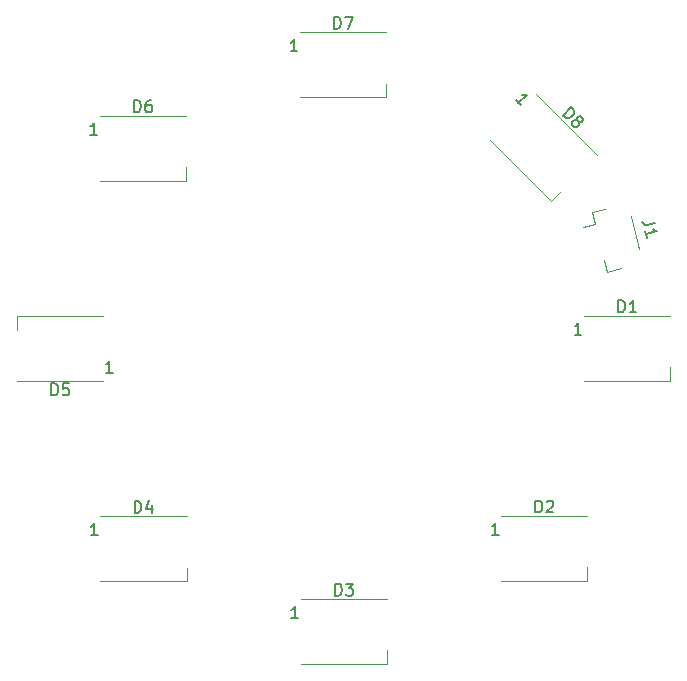
<source format=gbr>
G04 #@! TF.GenerationSoftware,KiCad,Pcbnew,(5.0.1)-4*
G04 #@! TF.CreationDate,2020-03-01T18:01:36+00:00*
G04 #@! TF.ProjectId,neopixels,6E656F706978656C732E6B696361645F,rev?*
G04 #@! TF.SameCoordinates,PX463f660PY4718708*
G04 #@! TF.FileFunction,Legend,Top*
G04 #@! TF.FilePolarity,Positive*
%FSLAX46Y46*%
G04 Gerber Fmt 4.6, Leading zero omitted, Abs format (unit mm)*
G04 Created by KiCad (PCBNEW (5.0.1)-4) date 01/03/2020 18:01:36*
%MOMM*%
%LPD*%
G01*
G04 APERTURE LIST*
%ADD10C,0.120000*%
%ADD11C,0.150000*%
G04 APERTURE END LIST*
D10*
G04 #@! TO.C,D1*
X20604000Y2750000D02*
X27904000Y2750000D01*
X20604000Y-2750000D02*
X27904000Y-2750000D01*
X27904000Y-2750000D02*
X27904000Y-1600000D01*
G04 #@! TO.C,D2*
X20881318Y-19713804D02*
X20881318Y-18563804D01*
X13581318Y-19713804D02*
X20881318Y-19713804D01*
X13581318Y-14213804D02*
X20881318Y-14213804D01*
G04 #@! TO.C,D3*
X-3376888Y-21249900D02*
X3923112Y-21249900D01*
X-3376888Y-26749900D02*
X3923112Y-26749900D01*
X3923112Y-26749900D02*
X3923112Y-25599900D01*
G04 #@! TO.C,D4*
X-13046279Y-19740822D02*
X-13046279Y-18590822D01*
X-20346279Y-19740822D02*
X-13046279Y-19740822D01*
X-20346279Y-14240822D02*
X-13046279Y-14240822D01*
G04 #@! TO.C,D5*
X-20095970Y-2788224D02*
X-27395970Y-2788224D01*
X-20095970Y2711776D02*
X-27395970Y2711776D01*
X-27395970Y2711776D02*
X-27395970Y1561776D01*
G04 #@! TO.C,D6*
X-13100314Y14186744D02*
X-13100314Y15336744D01*
X-20400314Y14186744D02*
X-13100314Y14186744D01*
X-20400314Y19686744D02*
X-13100314Y19686744D01*
G04 #@! TO.C,D7*
X-3453335Y26749932D02*
X3846665Y26749932D01*
X-3453335Y21249932D02*
X3846665Y21249932D01*
X3846665Y21249932D02*
X3846665Y22399932D01*
G04 #@! TO.C,D8*
X17813594Y12492313D02*
X18626767Y13305485D01*
X12651715Y17654192D02*
X17813594Y12492313D01*
X16540802Y21543279D02*
X21702681Y16381400D01*
G04 #@! TO.C,J1*
X22350119Y11802419D02*
X21239305Y11504777D01*
X21239305Y11504777D02*
X21511065Y10490555D01*
X21511065Y10490555D02*
X20554798Y10234324D01*
X23701155Y6760286D02*
X22590340Y6462644D01*
X22590340Y6462644D02*
X22318580Y7476867D01*
X24555811Y11182159D02*
X25301210Y8400293D01*
G04 #@! TO.C,D1*
D11*
X23515904Y3047620D02*
X23515904Y4047620D01*
X23754000Y4047620D01*
X23896857Y4000000D01*
X23992095Y3904762D01*
X24039714Y3809524D01*
X24087333Y3619048D01*
X24087333Y3476191D01*
X24039714Y3285715D01*
X23992095Y3190477D01*
X23896857Y3095239D01*
X23754000Y3047620D01*
X23515904Y3047620D01*
X25039714Y3047620D02*
X24468285Y3047620D01*
X24754000Y3047620D02*
X24754000Y4047620D01*
X24658761Y3904762D01*
X24563523Y3809524D01*
X24468285Y3761905D01*
X20389714Y1147620D02*
X19818285Y1147620D01*
X20104000Y1147620D02*
X20104000Y2147620D01*
X20008761Y2004762D01*
X19913523Y1909524D01*
X19818285Y1861905D01*
G04 #@! TO.C,D2*
X16493222Y-13916184D02*
X16493222Y-12916184D01*
X16731318Y-12916184D01*
X16874175Y-12963804D01*
X16969413Y-13059042D01*
X17017032Y-13154280D01*
X17064651Y-13344756D01*
X17064651Y-13487613D01*
X17017032Y-13678089D01*
X16969413Y-13773327D01*
X16874175Y-13868565D01*
X16731318Y-13916184D01*
X16493222Y-13916184D01*
X17445603Y-13011423D02*
X17493222Y-12963804D01*
X17588460Y-12916184D01*
X17826556Y-12916184D01*
X17921794Y-12963804D01*
X17969413Y-13011423D01*
X18017032Y-13106661D01*
X18017032Y-13201899D01*
X17969413Y-13344756D01*
X17397984Y-13916184D01*
X18017032Y-13916184D01*
X13367032Y-15816184D02*
X12795603Y-15816184D01*
X13081318Y-15816184D02*
X13081318Y-14816184D01*
X12986079Y-14959042D01*
X12890841Y-15054280D01*
X12795603Y-15101899D01*
G04 #@! TO.C,D3*
X-464984Y-20952280D02*
X-464984Y-19952280D01*
X-226888Y-19952280D01*
X-84031Y-19999900D01*
X11207Y-20095138D01*
X58826Y-20190376D01*
X106445Y-20380852D01*
X106445Y-20523709D01*
X58826Y-20714185D01*
X11207Y-20809423D01*
X-84031Y-20904661D01*
X-226888Y-20952280D01*
X-464984Y-20952280D01*
X439778Y-19952280D02*
X1058826Y-19952280D01*
X725492Y-20333233D01*
X868350Y-20333233D01*
X963588Y-20380852D01*
X1011207Y-20428471D01*
X1058826Y-20523709D01*
X1058826Y-20761804D01*
X1011207Y-20857042D01*
X963588Y-20904661D01*
X868350Y-20952280D01*
X582635Y-20952280D01*
X487397Y-20904661D01*
X439778Y-20857042D01*
X-3591174Y-22852280D02*
X-4162603Y-22852280D01*
X-3876888Y-22852280D02*
X-3876888Y-21852280D01*
X-3972127Y-21995138D01*
X-4067365Y-22090376D01*
X-4162603Y-22137995D01*
G04 #@! TO.C,D4*
X-17434375Y-13943202D02*
X-17434375Y-12943202D01*
X-17196279Y-12943202D01*
X-17053422Y-12990822D01*
X-16958184Y-13086060D01*
X-16910565Y-13181298D01*
X-16862946Y-13371774D01*
X-16862946Y-13514631D01*
X-16910565Y-13705107D01*
X-16958184Y-13800345D01*
X-17053422Y-13895583D01*
X-17196279Y-13943202D01*
X-17434375Y-13943202D01*
X-16005803Y-13276536D02*
X-16005803Y-13943202D01*
X-16243899Y-12895583D02*
X-16481994Y-13609869D01*
X-15862946Y-13609869D01*
X-20560565Y-15843202D02*
X-21131994Y-15843202D01*
X-20846279Y-15843202D02*
X-20846279Y-14843202D01*
X-20941518Y-14986060D01*
X-21036756Y-15081298D01*
X-21131994Y-15128917D01*
G04 #@! TO.C,D5*
X-24484066Y-3990604D02*
X-24484066Y-2990604D01*
X-24245970Y-2990604D01*
X-24103113Y-3038224D01*
X-24007875Y-3133462D01*
X-23960256Y-3228700D01*
X-23912637Y-3419176D01*
X-23912637Y-3562033D01*
X-23960256Y-3752509D01*
X-24007875Y-3847747D01*
X-24103113Y-3942985D01*
X-24245970Y-3990604D01*
X-24484066Y-3990604D01*
X-23007875Y-2990604D02*
X-23484066Y-2990604D01*
X-23531685Y-3466795D01*
X-23484066Y-3419176D01*
X-23388828Y-3371557D01*
X-23150732Y-3371557D01*
X-23055494Y-3419176D01*
X-23007875Y-3466795D01*
X-22960256Y-3562033D01*
X-22960256Y-3800128D01*
X-23007875Y-3895366D01*
X-23055494Y-3942985D01*
X-23150732Y-3990604D01*
X-23388828Y-3990604D01*
X-23484066Y-3942985D01*
X-23531685Y-3895366D01*
X-19310256Y-2090604D02*
X-19881685Y-2090604D01*
X-19595970Y-2090604D02*
X-19595970Y-1090604D01*
X-19691209Y-1233462D01*
X-19786447Y-1328700D01*
X-19881685Y-1376319D01*
G04 #@! TO.C,D6*
X-17488410Y19984364D02*
X-17488410Y20984364D01*
X-17250314Y20984364D01*
X-17107457Y20936744D01*
X-17012219Y20841506D01*
X-16964600Y20746268D01*
X-16916981Y20555792D01*
X-16916981Y20412935D01*
X-16964600Y20222459D01*
X-17012219Y20127221D01*
X-17107457Y20031983D01*
X-17250314Y19984364D01*
X-17488410Y19984364D01*
X-16059838Y20984364D02*
X-16250314Y20984364D01*
X-16345553Y20936744D01*
X-16393172Y20889125D01*
X-16488410Y20746268D01*
X-16536029Y20555792D01*
X-16536029Y20174840D01*
X-16488410Y20079602D01*
X-16440791Y20031983D01*
X-16345553Y19984364D01*
X-16155076Y19984364D01*
X-16059838Y20031983D01*
X-16012219Y20079602D01*
X-15964600Y20174840D01*
X-15964600Y20412935D01*
X-16012219Y20508173D01*
X-16059838Y20555792D01*
X-16155076Y20603411D01*
X-16345553Y20603411D01*
X-16440791Y20555792D01*
X-16488410Y20508173D01*
X-16536029Y20412935D01*
X-20614600Y18084364D02*
X-21186029Y18084364D01*
X-20900314Y18084364D02*
X-20900314Y19084364D01*
X-20995553Y18941506D01*
X-21090791Y18846268D01*
X-21186029Y18798649D01*
G04 #@! TO.C,D7*
X-541431Y27047552D02*
X-541431Y28047552D01*
X-303335Y28047552D01*
X-160478Y27999932D01*
X-65240Y27904694D01*
X-17621Y27809456D01*
X29998Y27618980D01*
X29998Y27476123D01*
X-17621Y27285647D01*
X-65240Y27190409D01*
X-160478Y27095171D01*
X-303335Y27047552D01*
X-541431Y27047552D01*
X363331Y28047552D02*
X1029998Y28047552D01*
X601426Y27047552D01*
X-3667621Y25147552D02*
X-4239050Y25147552D01*
X-3953335Y25147552D02*
X-3953335Y26147552D01*
X-4048574Y26004694D01*
X-4143812Y25909456D01*
X-4239050Y25861837D01*
G04 #@! TO.C,D8*
X18810278Y19694701D02*
X19517384Y20401808D01*
X19685743Y20233449D01*
X19753087Y20098762D01*
X19753087Y19964075D01*
X19719415Y19863060D01*
X19618400Y19694701D01*
X19517384Y19593686D01*
X19349026Y19492670D01*
X19248010Y19458999D01*
X19113323Y19458999D01*
X18978636Y19526342D01*
X18810278Y19694701D01*
X20022461Y19290640D02*
X19988789Y19391655D01*
X19988789Y19458999D01*
X20022461Y19560014D01*
X20056133Y19593686D01*
X20157148Y19627358D01*
X20224491Y19627358D01*
X20325507Y19593686D01*
X20460194Y19458999D01*
X20493865Y19357983D01*
X20493865Y19290640D01*
X20460194Y19189625D01*
X20426522Y19155953D01*
X20325507Y19122281D01*
X20258163Y19122281D01*
X20157148Y19155953D01*
X20022461Y19290640D01*
X19921446Y19324312D01*
X19854102Y19324312D01*
X19753087Y19290640D01*
X19618400Y19155953D01*
X19584728Y19054938D01*
X19584728Y18987594D01*
X19618400Y18886579D01*
X19753087Y18751892D01*
X19854102Y18718220D01*
X19921446Y18718220D01*
X20022461Y18751892D01*
X20157148Y18886579D01*
X20190820Y18987594D01*
X20190820Y19054938D01*
X20157148Y19155953D01*
X15256224Y20561748D02*
X14852163Y20965809D01*
X15054194Y20763779D02*
X15761301Y21470886D01*
X15592942Y21437214D01*
X15458255Y21437214D01*
X15357240Y21470886D01*
G04 #@! TO.C,J1*
X26617241Y10588813D02*
X25927294Y10403942D01*
X25776980Y10412965D01*
X25660337Y10480308D01*
X25577367Y10605973D01*
X25552717Y10697966D01*
X25910134Y9364068D02*
X25762237Y9916026D01*
X25836186Y9640047D02*
X26802112Y9898866D01*
X26639473Y9953885D01*
X26522830Y10021228D01*
X26452185Y10100897D01*
G04 #@! TD*
M02*

</source>
